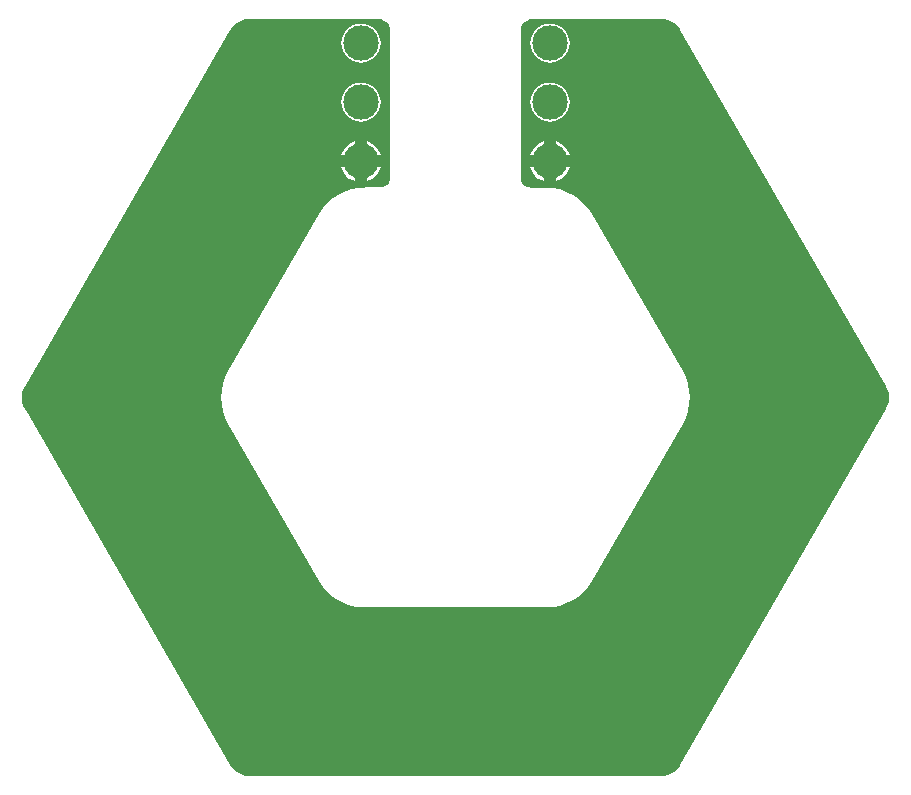
<source format=gbl>
G04*
G04 #@! TF.GenerationSoftware,Altium Limited,CircuitStudio,1.5.2 (30)*
G04*
G04 Layer_Physical_Order=2*
G04 Layer_Color=16737996*
%FSLAX24Y24*%
%MOIN*%
G70*
G01*
G75*
%ADD18C,0.1181*%
%ADD19C,0.0300*%
G36*
X382590Y355914D02*
X382731Y355871D01*
X382861Y355801D01*
X382975Y355708D01*
X383068Y355594D01*
X383091Y355551D01*
X383092Y355551D01*
X389945Y343682D01*
X389944Y343681D01*
X389944Y343681D01*
X389944Y343681D01*
X389991Y343594D01*
X390033Y343454D01*
X390048Y343307D01*
X390033Y343161D01*
X389991Y343020D01*
X389944Y342933D01*
X389944Y342933D01*
X389944Y342933D01*
X389945Y342932D01*
X383092Y331063D01*
X383091Y331063D01*
X383068Y331020D01*
X382975Y330906D01*
X382861Y330813D01*
X382731Y330743D01*
X382590Y330701D01*
X382452Y330687D01*
X382444Y330689D01*
X368737D01*
X368729Y330687D01*
X368591Y330701D01*
X368450Y330743D01*
X368320Y330813D01*
X368206Y330906D01*
X368113Y331020D01*
X368090Y331063D01*
X368089Y331063D01*
X361260Y342892D01*
X361237Y342933D01*
X361237Y342933D01*
X361237Y342933D01*
X361237D01*
X361237Y342933D01*
X361214Y342975D01*
X361190Y343020D01*
X361148Y343161D01*
X361133Y343307D01*
X361148Y343454D01*
X361190Y343594D01*
X361214Y343639D01*
X361237Y343681D01*
X361237Y343681D01*
X361237D01*
X361237Y343681D01*
X361237Y343681D01*
X361260Y343722D01*
X368089Y355551D01*
X368090Y355551D01*
X368113Y355594D01*
X368206Y355708D01*
X368320Y355801D01*
X368450Y355871D01*
X368591Y355914D01*
X368729Y355927D01*
X368737Y355925D01*
X373002D01*
X373010Y355927D01*
X373110Y355914D01*
X373210Y355872D01*
X373296Y355806D01*
X373362Y355720D01*
X373404Y355620D01*
X373416Y355527D01*
X373413Y355512D01*
Y350631D01*
X373416Y350618D01*
X373406Y350547D01*
X373374Y350468D01*
X373322Y350401D01*
X373255Y350349D01*
X373176Y350317D01*
X373140Y350312D01*
X373139Y350312D01*
X373136Y350311D01*
X373090Y350307D01*
X373090D01*
X373042Y350307D01*
X372562D01*
X372541Y350303D01*
X372333Y350290D01*
X372108Y350245D01*
X371891Y350171D01*
X371686Y350070D01*
X371495Y349943D01*
X371323Y349792D01*
X371172Y349619D01*
X371046Y349430D01*
X371045Y349429D01*
X368016Y344183D01*
X368015Y344181D01*
X367915Y343977D01*
X367841Y343760D01*
X367796Y343536D01*
X367781Y343307D01*
X367796Y343078D01*
X367841Y342854D01*
X367915Y342637D01*
X368015Y342433D01*
X368016Y342431D01*
X371045Y337185D01*
X371046Y337184D01*
X371172Y336995D01*
X371323Y336823D01*
X371495Y336671D01*
X371686Y336544D01*
X371891Y336443D01*
X372108Y336369D01*
X372333Y336324D01*
X372560Y336310D01*
X372562Y336309D01*
X378619D01*
X378621Y336310D01*
X378848Y336324D01*
X379073Y336369D01*
X379290Y336443D01*
X379495Y336544D01*
X379686Y336671D01*
X379858Y336823D01*
X380009Y336995D01*
X380135Y337184D01*
X380136Y337185D01*
X383165Y342431D01*
X383166Y342433D01*
X383266Y342637D01*
X383340Y342854D01*
X383385Y343078D01*
X383400Y343307D01*
X383385Y343536D01*
X383340Y343760D01*
X383266Y343977D01*
X383166Y344181D01*
X383165Y344183D01*
X380136Y349429D01*
X380135Y349430D01*
X380009Y349619D01*
X379858Y349792D01*
X379686Y349943D01*
X379495Y350070D01*
X379290Y350171D01*
X379073Y350245D01*
X378848Y350290D01*
X378621Y350305D01*
X378619Y350305D01*
X378101D01*
X378089Y350307D01*
Y350307D01*
X378087Y350306D01*
X378005Y350317D01*
X377926Y350349D01*
X377859Y350401D01*
X377807Y350468D01*
X377775Y350547D01*
X377765Y350618D01*
X377768Y350631D01*
Y355512D01*
X377765Y355527D01*
X377777Y355620D01*
X377819Y355720D01*
X377885Y355806D01*
X377971Y355872D01*
X378071Y355914D01*
X378171Y355927D01*
X378179Y355925D01*
X382444D01*
X382452Y355927D01*
X382590Y355914D01*
D02*
G37*
%LPC*%
G36*
X373103Y350984D02*
X372638D01*
Y350519D01*
X372706Y350540D01*
X372826Y350604D01*
X372932Y350690D01*
X373018Y350796D01*
X373082Y350916D01*
X373103Y350984D01*
D02*
G37*
G36*
X372244Y351843D02*
X372175Y351822D01*
X372055Y351758D01*
X371950Y351672D01*
X371864Y351567D01*
X371800Y351447D01*
X371779Y351378D01*
X372244D01*
Y351843D01*
D02*
G37*
G36*
X372638Y351843D02*
Y351378D01*
X373103D01*
X373082Y351447D01*
X373018Y351567D01*
X372932Y351672D01*
X372826Y351758D01*
X372706Y351822D01*
X372638Y351843D01*
D02*
G37*
G36*
X372244Y350984D02*
X371779D01*
X371800Y350916D01*
X371864Y350796D01*
X371950Y350690D01*
X372055Y350604D01*
X372175Y350540D01*
X372244Y350519D01*
Y350984D01*
D02*
G37*
G36*
X378543Y350984D02*
X378078D01*
X378099Y350916D01*
X378163Y350796D01*
X378250Y350690D01*
X378355Y350604D01*
X378475Y350540D01*
X378543Y350519D01*
Y350984D01*
D02*
G37*
G36*
X379402D02*
X378937D01*
Y350519D01*
X379006Y350540D01*
X379126Y350604D01*
X379231Y350690D01*
X379317Y350796D01*
X379381Y350916D01*
X379402Y350984D01*
D02*
G37*
G36*
X378740Y353803D02*
X378613Y353791D01*
X378490Y353754D01*
X378377Y353693D01*
X378278Y353612D01*
X378197Y353513D01*
X378136Y353400D01*
X378099Y353277D01*
X378086Y353150D01*
X378099Y353022D01*
X378136Y352899D01*
X378197Y352786D01*
X378278Y352687D01*
X378377Y352606D01*
X378490Y352546D01*
X378613Y352508D01*
X378740Y352496D01*
X378868Y352508D01*
X378990Y352546D01*
X379103Y352606D01*
X379202Y352687D01*
X379284Y352786D01*
X379344Y352899D01*
X379381Y353022D01*
X379394Y353150D01*
X379381Y353277D01*
X379344Y353400D01*
X379284Y353513D01*
X379202Y353612D01*
X379103Y353693D01*
X378990Y353754D01*
X378868Y353791D01*
X378740Y353803D01*
D02*
G37*
G36*
X372441Y355772D02*
X372313Y355759D01*
X372191Y355722D01*
X372078Y355662D01*
X371979Y355580D01*
X371897Y355481D01*
X371837Y355368D01*
X371800Y355246D01*
X371787Y355118D01*
X371800Y354991D01*
X371837Y354868D01*
X371897Y354755D01*
X371979Y354656D01*
X372078Y354575D01*
X372191Y354514D01*
X372313Y354477D01*
X372441Y354464D01*
X372568Y354477D01*
X372691Y354514D01*
X372804Y354575D01*
X372903Y354656D01*
X372984Y354755D01*
X373045Y354868D01*
X373082Y354991D01*
X373095Y355118D01*
X373082Y355246D01*
X373045Y355368D01*
X372984Y355481D01*
X372903Y355580D01*
X372804Y355662D01*
X372691Y355722D01*
X372568Y355759D01*
X372441Y355772D01*
D02*
G37*
G36*
X378740D02*
X378613Y355759D01*
X378490Y355722D01*
X378377Y355662D01*
X378278Y355580D01*
X378197Y355481D01*
X378136Y355368D01*
X378099Y355246D01*
X378086Y355118D01*
X378099Y354991D01*
X378136Y354868D01*
X378197Y354755D01*
X378278Y354656D01*
X378377Y354575D01*
X378490Y354514D01*
X378613Y354477D01*
X378740Y354464D01*
X378868Y354477D01*
X378990Y354514D01*
X379103Y354575D01*
X379202Y354656D01*
X379284Y354755D01*
X379344Y354868D01*
X379381Y354991D01*
X379394Y355118D01*
X379381Y355246D01*
X379344Y355368D01*
X379284Y355481D01*
X379202Y355580D01*
X379103Y355662D01*
X378990Y355722D01*
X378868Y355759D01*
X378740Y355772D01*
D02*
G37*
G36*
X378543Y351843D02*
X378475Y351822D01*
X378355Y351758D01*
X378250Y351672D01*
X378163Y351567D01*
X378099Y351447D01*
X378078Y351378D01*
X378543D01*
Y351843D01*
D02*
G37*
G36*
X378937Y351843D02*
Y351378D01*
X379402D01*
X379381Y351447D01*
X379317Y351567D01*
X379231Y351672D01*
X379126Y351758D01*
X379006Y351822D01*
X378937Y351843D01*
D02*
G37*
G36*
X372441Y353803D02*
X372313Y353791D01*
X372191Y353754D01*
X372078Y353693D01*
X371979Y353612D01*
X371897Y353513D01*
X371837Y353400D01*
X371800Y353277D01*
X371787Y353150D01*
X371800Y353022D01*
X371837Y352899D01*
X371897Y352786D01*
X371979Y352687D01*
X372078Y352606D01*
X372191Y352546D01*
X372313Y352508D01*
X372441Y352496D01*
X372568Y352508D01*
X372691Y352546D01*
X372804Y352606D01*
X372903Y352687D01*
X372984Y352786D01*
X373045Y352899D01*
X373082Y353022D01*
X373095Y353150D01*
X373082Y353277D01*
X373045Y353400D01*
X372984Y353513D01*
X372903Y353612D01*
X372804Y353693D01*
X372691Y353754D01*
X372568Y353791D01*
X372441Y353803D01*
D02*
G37*
%LPD*%
D18*
X378740Y353150D02*
D03*
X372441D02*
D03*
X378740Y351181D02*
D03*
X372441D02*
D03*
X378740Y355118D02*
D03*
X372441D02*
D03*
D19*
X382677Y350394D02*
D03*
X384252Y346457D02*
D03*
X378346Y333858D02*
D03*
X374016D02*
D03*
X368504Y349213D02*
D03*
X366142Y345669D02*
D03*
M02*

</source>
